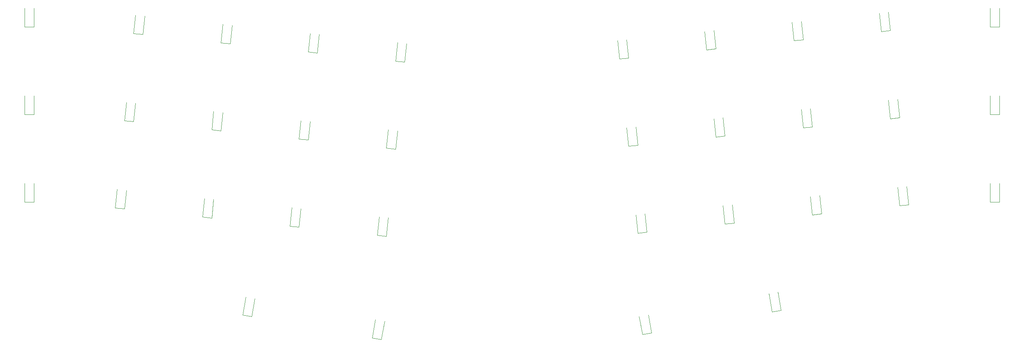
<source format=gbr>
%TF.GenerationSoftware,KiCad,Pcbnew,8.0.4*%
%TF.CreationDate,2024-12-12T17:25:20-05:00*%
%TF.ProjectId,babier-v,62616269-6572-42d7-962e-6b696361645f,rev?*%
%TF.SameCoordinates,Original*%
%TF.FileFunction,Legend,Bot*%
%TF.FilePolarity,Positive*%
%FSLAX46Y46*%
G04 Gerber Fmt 4.6, Leading zero omitted, Abs format (unit mm)*
G04 Created by KiCad (PCBNEW 8.0.4) date 2024-12-12 17:25:20*
%MOMM*%
%LPD*%
G01*
G04 APERTURE LIST*
%ADD10C,0.120000*%
G04 APERTURE END LIST*
D10*
%TO.C,D24*%
X92200927Y-71206601D02*
X91781768Y-75194634D01*
X90211883Y-70997545D02*
X89792724Y-74985578D01*
X89792724Y-74985578D02*
X91781768Y-75194634D01*
%TO.C,D7*%
X181831665Y-32459071D02*
X182250824Y-36447106D01*
X180261780Y-36656165D02*
X182250824Y-36447106D01*
X179842621Y-32668129D02*
X180261780Y-36656165D01*
%TO.C,D25*%
X111146569Y-73197867D02*
X110727410Y-77185900D01*
X109157525Y-72988811D02*
X108738366Y-76976844D01*
X108738366Y-76976844D02*
X110727410Y-77185900D01*
%TO.C,D4*%
X96183461Y-33315317D02*
X95764302Y-37303350D01*
X94194417Y-33106261D02*
X93775258Y-37094294D01*
X93775258Y-37094294D02*
X95764302Y-37303350D01*
%TO.C,D16*%
X164877290Y-53395981D02*
X165296449Y-57384016D01*
X163307405Y-57593075D02*
X165296449Y-57384016D01*
X162888246Y-53605039D02*
X163307405Y-57593075D01*
%TO.C,D23*%
X73255285Y-69215335D02*
X72836126Y-73203368D01*
X71266241Y-69006279D02*
X70847082Y-72994312D01*
X70847082Y-72994312D02*
X72836126Y-73203368D01*
%TO.C,D18*%
X202768574Y-49413447D02*
X203187733Y-53401482D01*
X201198689Y-53610541D02*
X203187733Y-53401482D01*
X200779530Y-49622505D02*
X201198689Y-53610541D01*
%TO.C,D32*%
X110354533Y-95709910D02*
X109658204Y-99658986D01*
X108384918Y-95362614D02*
X107688589Y-99311693D01*
X107688589Y-99311693D02*
X109658204Y-99658986D01*
%TO.C,D1*%
X34254998Y-27643750D02*
X34254998Y-31653750D01*
X32254998Y-31653750D02*
X34254998Y-31653750D01*
X32254998Y-27643750D02*
X32254998Y-31653750D01*
%TO.C,D29*%
X223705484Y-66367822D02*
X224124643Y-70355857D01*
X222135599Y-70564916D02*
X224124643Y-70355857D01*
X221716440Y-66576880D02*
X222135599Y-70564916D01*
%TO.C,D15*%
X113137837Y-54252225D02*
X112718678Y-58240258D01*
X111148793Y-54043169D02*
X110729634Y-58031202D01*
X110729634Y-58031202D02*
X112718678Y-58240258D01*
%TO.C,D11*%
X34255000Y-46693750D02*
X34255000Y-50703750D01*
X32255000Y-50703750D02*
X34255000Y-50703750D01*
X32255000Y-46693750D02*
X32255000Y-50703750D01*
%TO.C,D19*%
X221714218Y-47422181D02*
X222133377Y-51410216D01*
X220144333Y-51619275D02*
X222133377Y-51410216D01*
X219725174Y-47631239D02*
X220144333Y-51619275D01*
%TO.C,D20*%
X243805000Y-46693748D02*
X243805000Y-50703748D01*
X241805000Y-50703748D02*
X243805000Y-50703748D01*
X241805000Y-46693748D02*
X241805000Y-50703748D01*
%TO.C,D10*%
X243805000Y-27643750D02*
X243805000Y-31653750D01*
X241805000Y-31653750D02*
X243805000Y-31653750D01*
X241805000Y-27643750D02*
X241805000Y-31653750D01*
%TO.C,D33*%
X167581017Y-94287468D02*
X168277346Y-98236545D01*
X166307731Y-98583838D02*
X168277346Y-98236545D01*
X165611402Y-94634764D02*
X166307731Y-98583838D01*
%TO.C,D17*%
X183822933Y-51404713D02*
X184242092Y-55392748D01*
X182253048Y-55601807D02*
X184242092Y-55392748D01*
X181833889Y-51613771D02*
X182253048Y-55601807D01*
%TO.C,D13*%
X75246552Y-50269690D02*
X74827393Y-54257723D01*
X73257508Y-50060634D02*
X72838349Y-54048667D01*
X72838349Y-54048667D02*
X74827393Y-54257723D01*
%TO.C,D21*%
X34255001Y-65743748D02*
X34255001Y-69753748D01*
X32255001Y-69753748D02*
X34255001Y-69753748D01*
X32255001Y-65743748D02*
X32255001Y-69753748D01*
%TO.C,D12*%
X56300910Y-48278425D02*
X55881751Y-52266458D01*
X54311866Y-48069369D02*
X53892707Y-52057402D01*
X53892707Y-52057402D02*
X55881751Y-52266458D01*
%TO.C,D2*%
X58292176Y-29332782D02*
X57873017Y-33320815D01*
X56303132Y-29123726D02*
X55883973Y-33111759D01*
X55883973Y-33111759D02*
X57873017Y-33320815D01*
%TO.C,D27*%
X185814202Y-70350354D02*
X186233361Y-74338389D01*
X184244317Y-74547448D02*
X186233361Y-74338389D01*
X183825158Y-70559412D02*
X184244317Y-74547448D01*
%TO.C,D30*%
X243804999Y-65743749D02*
X243804999Y-69753749D01*
X241804999Y-69753749D02*
X243804999Y-69753749D01*
X241804999Y-65743749D02*
X241804999Y-69753749D01*
%TO.C,D5*%
X115129103Y-35306584D02*
X114709944Y-39294617D01*
X113140059Y-35097528D02*
X112720900Y-39085561D01*
X112720900Y-39085561D02*
X114709944Y-39294617D01*
%TO.C,D34*%
X193752282Y-89672773D02*
X194448611Y-93621847D01*
X194448611Y-93621847D02*
X196418226Y-93274554D01*
X195721897Y-89325477D02*
X196418226Y-93274554D01*
%TO.C,D3*%
X77237820Y-31324049D02*
X76818661Y-35312082D01*
X75248776Y-31114993D02*
X74829617Y-35103026D01*
X74829617Y-35103026D02*
X76818661Y-35312082D01*
%TO.C,D14*%
X94192195Y-52260957D02*
X93773036Y-56248990D01*
X92203151Y-52051901D02*
X91783992Y-56039934D01*
X91783992Y-56039934D02*
X93773036Y-56248990D01*
%TO.C,D22*%
X54309642Y-67224067D02*
X53890483Y-71212100D01*
X52320598Y-67015011D02*
X51901439Y-71003044D01*
X51901439Y-71003044D02*
X53890483Y-71212100D01*
%TO.C,D28*%
X204759842Y-68359089D02*
X205179001Y-72347124D01*
X203189957Y-72556183D02*
X205179001Y-72347124D01*
X202770798Y-68568147D02*
X203189957Y-72556183D01*
%TO.C,D26*%
X166868557Y-72341625D02*
X167287716Y-76329660D01*
X165298672Y-76538719D02*
X167287716Y-76329660D01*
X164879513Y-72550683D02*
X165298672Y-76538719D01*
%TO.C,D9*%
X219722949Y-28476538D02*
X220142108Y-32464573D01*
X218153064Y-32673632D02*
X220142108Y-32464573D01*
X217733905Y-28685596D02*
X218153064Y-32673632D01*
%TO.C,D8*%
X200777309Y-30467805D02*
X201196468Y-34455840D01*
X199207424Y-34664899D02*
X201196468Y-34455840D01*
X198788265Y-30676863D02*
X199207424Y-34664899D01*
%TO.C,D31*%
X82213653Y-90747910D02*
X81517324Y-94696986D01*
X80244038Y-90400614D02*
X79547709Y-94349693D01*
X79547709Y-94349693D02*
X81517324Y-94696986D01*
%TO.C,D6*%
X162886024Y-34450338D02*
X163305183Y-38438373D01*
X161316139Y-38647432D02*
X163305183Y-38438373D01*
X160896980Y-34659396D02*
X161316139Y-38647432D01*
%TD*%
M02*

</source>
